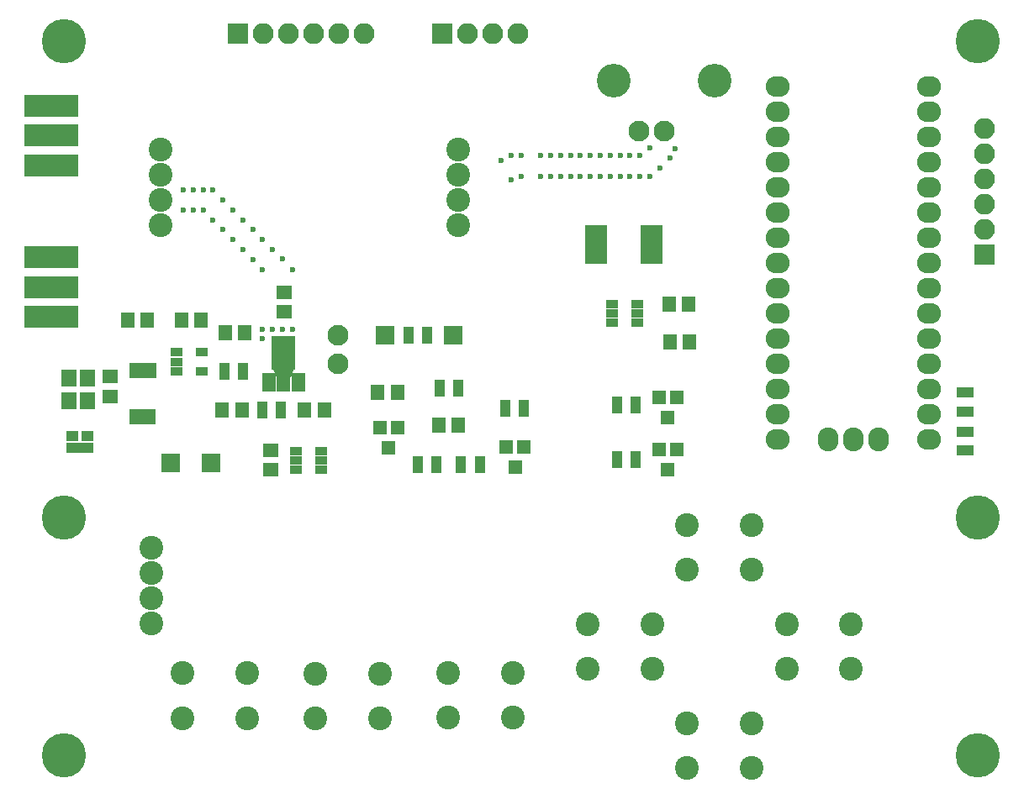
<source format=gts>
G04 #@! TF.FileFunction,Soldermask,Top*
%FSLAX46Y46*%
G04 Gerber Fmt 4.6, Leading zero omitted, Abs format (unit mm)*
G04 Created by KiCad (PCBNEW 4.0.7-e2-6376~58~ubuntu16.04.1) date Sat Dec 30 18:25:35 2017*
%MOMM*%
%LPD*%
G01*
G04 APERTURE LIST*
%ADD10C,0.100000*%
%ADD11C,0.600000*%
%ADD12C,4.464000*%
%ADD13R,1.400000X1.650000*%
%ADD14R,1.650000X1.400000*%
%ADD15R,1.900000X1.900000*%
%ADD16R,5.480000X2.200000*%
%ADD17C,0.700000*%
%ADD18R,2.100000X2.100000*%
%ADD19O,2.100000X2.100000*%
%ADD20R,2.300000X3.900000*%
%ADD21C,2.100000*%
%ADD22C,2.400000*%
%ADD23R,1.314400X1.314400*%
%ADD24R,1.400760X1.901140*%
%ADD25R,2.398980X3.399740*%
%ADD26R,1.100000X1.700000*%
%ADD27R,1.200000X1.100000*%
%ADD28R,2.800000X1.100000*%
%ADD29R,1.700000X1.100000*%
%ADD30R,1.162000X0.908000*%
%ADD31R,1.500000X1.700000*%
%ADD32R,0.650000X1.500000*%
%ADD33O,2.400000X2.100000*%
%ADD34O,2.100000X2.400000*%
%ADD35C,3.399740*%
G04 APERTURE END LIST*
D10*
D11*
X162000000Y-65500000D03*
X161000000Y-65500000D03*
X160000000Y-65500000D03*
X159000000Y-65500000D03*
X158000000Y-65500000D03*
X157000000Y-65500000D03*
X156000000Y-65500000D03*
X155000000Y-65500000D03*
X154000000Y-65500000D03*
X153000000Y-65500000D03*
X163000000Y-64750000D03*
X165500000Y-64800000D03*
X165000000Y-65800000D03*
X164000000Y-66750000D03*
X163000000Y-67650000D03*
X162000000Y-67650000D03*
X161000000Y-67650000D03*
X160000000Y-67650000D03*
X159000000Y-67650000D03*
X158000000Y-67650000D03*
X157000000Y-67650000D03*
X156000000Y-67650000D03*
X155000000Y-67650000D03*
X154000000Y-67650000D03*
X153000000Y-67650000D03*
X152000000Y-65500000D03*
X150000000Y-67650000D03*
X150000000Y-65500000D03*
X149000000Y-65500000D03*
X149000000Y-68000000D03*
X152000000Y-67650000D03*
X148000000Y-66000000D03*
X127000000Y-77000000D03*
X126000000Y-75950000D03*
X125000000Y-75000000D03*
X124000000Y-74000000D03*
X123000000Y-73000000D03*
X122000000Y-72000000D03*
X121000000Y-71000000D03*
X120000000Y-70000000D03*
X119000000Y-69000000D03*
X118000000Y-69000000D03*
X117000000Y-69000000D03*
X116000000Y-69000000D03*
X116000000Y-71000000D03*
X117000000Y-71000000D03*
X118000000Y-71000000D03*
X119000000Y-72000000D03*
X120000000Y-73000000D03*
X121000000Y-74000000D03*
X123000000Y-76000000D03*
X122000000Y-75000000D03*
X124000000Y-77000000D03*
X127000000Y-83000000D03*
X126000000Y-83000000D03*
X125000000Y-83000000D03*
X124000000Y-83000000D03*
D12*
X196000000Y-102000000D03*
X104000000Y-102000000D03*
X104000000Y-54000000D03*
X104000000Y-126000000D03*
X196000000Y-126000000D03*
D13*
X135600000Y-89400000D03*
X137600000Y-89400000D03*
X117800000Y-82100000D03*
X115800000Y-82100000D03*
X164900000Y-80500000D03*
X166900000Y-80500000D03*
X165000000Y-84300000D03*
X167000000Y-84300000D03*
X121900000Y-91200000D03*
X119900000Y-91200000D03*
D14*
X108600000Y-89800000D03*
X108600000Y-87800000D03*
D13*
X141700000Y-92700000D03*
X143700000Y-92700000D03*
X122200000Y-83400000D03*
X120200000Y-83400000D03*
X128200000Y-91200000D03*
X130200000Y-91200000D03*
D14*
X124800000Y-97200000D03*
X124800000Y-95200000D03*
X126200000Y-79300000D03*
X126200000Y-81300000D03*
D13*
X112400000Y-82100000D03*
X110400000Y-82100000D03*
D15*
X118800000Y-96500000D03*
X143200000Y-83600000D03*
X136300000Y-83600000D03*
D16*
X102750000Y-78800000D03*
X102750000Y-75800000D03*
D17*
X100710000Y-81800000D03*
X104710000Y-81800000D03*
X103710000Y-81300000D03*
X103710000Y-82300000D03*
X102710000Y-81800000D03*
X101710000Y-81300000D03*
X101710000Y-82300000D03*
X100710000Y-75800000D03*
X104710000Y-75800000D03*
X103710000Y-75300000D03*
X103710000Y-76300000D03*
X102710000Y-75800000D03*
X101710000Y-75300000D03*
X101710000Y-76300000D03*
D16*
X102750000Y-81800000D03*
X102740000Y-63500000D03*
X102740000Y-60500000D03*
D17*
X100700000Y-66500000D03*
X104700000Y-66500000D03*
X103700000Y-66000000D03*
X103700000Y-67000000D03*
X102700000Y-66500000D03*
X101700000Y-66000000D03*
X101700000Y-67000000D03*
X100700000Y-60500000D03*
X104700000Y-60500000D03*
X103700000Y-60000000D03*
X103700000Y-61000000D03*
X102700000Y-60500000D03*
X101700000Y-60000000D03*
X101700000Y-61000000D03*
D16*
X102740000Y-66500000D03*
D18*
X142060000Y-53200000D03*
D19*
X144600000Y-53200000D03*
X147140000Y-53200000D03*
X149680000Y-53200000D03*
D15*
X114700000Y-96500000D03*
D20*
X157600000Y-74500000D03*
X163200000Y-74500000D03*
D21*
X131600000Y-83600000D03*
X131600000Y-86500000D03*
D22*
X113700000Y-67430000D03*
X143700000Y-67430000D03*
X113700000Y-64890000D03*
X113700000Y-69970000D03*
X143700000Y-64890000D03*
X143700000Y-69970000D03*
X113700000Y-72510000D03*
X143700000Y-72510000D03*
D23*
X148522000Y-94900000D03*
X150300000Y-94900000D03*
X149411000Y-96932000D03*
X135811000Y-92984000D03*
X137589000Y-92984000D03*
X136700000Y-95016000D03*
D24*
X124598860Y-88351660D03*
X126100000Y-88351660D03*
X127601140Y-88351660D03*
D25*
X126100000Y-85400180D03*
D10*
G36*
X127300760Y-86674650D02*
X126800380Y-87823950D01*
X125399620Y-87823950D01*
X124899240Y-86674650D01*
X127300760Y-86674650D01*
X127300760Y-86674650D01*
G37*
D23*
X163911000Y-89884000D03*
X165689000Y-89884000D03*
X164800000Y-91916000D03*
X163911000Y-95184000D03*
X165689000Y-95184000D03*
X164800000Y-97216000D03*
D26*
X150300000Y-91000000D03*
X148400000Y-91000000D03*
X143950000Y-96700000D03*
X145850000Y-96700000D03*
D27*
X104850000Y-93800000D03*
X106350000Y-93800000D03*
D28*
X105600000Y-95000000D03*
D26*
X139600000Y-96700000D03*
X141500000Y-96700000D03*
X122050000Y-87300000D03*
X120150000Y-87300000D03*
X141800000Y-89000000D03*
X143700000Y-89000000D03*
X123950000Y-91200000D03*
X125850000Y-91200000D03*
X138650000Y-83600000D03*
X140550000Y-83600000D03*
X159650000Y-96200000D03*
X161550000Y-96200000D03*
X159650000Y-90700000D03*
X161550000Y-90700000D03*
D29*
X194700000Y-93350000D03*
X194700000Y-95250000D03*
X194700000Y-91300000D03*
X194700000Y-89400000D03*
D22*
X156750000Y-112750000D03*
X163250000Y-112750000D03*
X156750000Y-117250000D03*
X163250000Y-117250000D03*
X115900000Y-117700000D03*
X122400000Y-117700000D03*
X115900000Y-122200000D03*
X122400000Y-122200000D03*
X173250000Y-127250000D03*
X166750000Y-127250000D03*
X173250000Y-122750000D03*
X166750000Y-122750000D03*
X173250000Y-107250000D03*
X166750000Y-107250000D03*
X173250000Y-102750000D03*
X166750000Y-102750000D03*
X135780000Y-122250000D03*
X129280000Y-122250000D03*
X135780000Y-117750000D03*
X129280000Y-117750000D03*
X183250000Y-117250000D03*
X176750000Y-117250000D03*
X183250000Y-112750000D03*
X176750000Y-112750000D03*
X149150000Y-122150000D03*
X142650000Y-122150000D03*
X149150000Y-117650000D03*
X142650000Y-117650000D03*
D30*
X159160000Y-80495000D03*
X159160000Y-82400000D03*
X161700000Y-81447500D03*
X159160000Y-81447500D03*
X161700000Y-82400000D03*
X161700000Y-80495000D03*
D31*
X104450000Y-87950000D03*
X104450000Y-90250000D03*
X106350000Y-90250000D03*
X106350000Y-87950000D03*
D30*
X115330000Y-85347500D03*
X115330000Y-87252500D03*
X117870000Y-85347500D03*
X115330000Y-86300000D03*
X117870000Y-87252500D03*
D32*
X110900000Y-91850000D03*
X111400000Y-91850000D03*
X111900000Y-91850000D03*
X112400000Y-91850000D03*
X112900000Y-91850000D03*
X112916000Y-87150000D03*
X112408000Y-87150000D03*
X111900000Y-87150000D03*
X111392000Y-87150000D03*
X110884000Y-87150000D03*
D30*
X127360000Y-95300000D03*
X127360000Y-97205000D03*
X129900000Y-96252500D03*
X127360000Y-96252500D03*
X129900000Y-97205000D03*
X129900000Y-95300000D03*
D22*
X112800000Y-112710000D03*
X112800000Y-110170000D03*
X112800000Y-107630000D03*
X112800000Y-105090000D03*
D33*
X191100000Y-94120000D03*
X175900000Y-94120000D03*
X191100000Y-91580000D03*
X175900000Y-91580000D03*
X191100000Y-89040000D03*
X175900000Y-89040000D03*
X191100000Y-86500000D03*
X175900000Y-86500000D03*
X191100000Y-83960000D03*
X175900000Y-83960000D03*
X191100000Y-81420000D03*
X175900000Y-81420000D03*
X191100000Y-78880000D03*
X175900000Y-78880000D03*
X191100000Y-76340000D03*
X175900000Y-76340000D03*
X191100000Y-73800000D03*
X175900000Y-73800000D03*
X191100000Y-71260000D03*
X175900000Y-71260000D03*
X191100000Y-68720000D03*
X175900000Y-68720000D03*
X191100000Y-66180000D03*
X175900000Y-66180000D03*
X191100000Y-63640000D03*
X175900000Y-63640000D03*
X191100000Y-61100000D03*
X175900000Y-61100000D03*
X191100000Y-58560000D03*
X175900000Y-58560000D03*
D34*
X186040000Y-94120000D03*
X183500000Y-94120000D03*
X180960000Y-94120000D03*
D35*
X159320000Y-58000000D03*
X169480000Y-58000000D03*
D21*
X164400000Y-63080000D03*
X161860000Y-63080000D03*
D12*
X196000000Y-54000000D03*
D18*
X121480000Y-53200000D03*
D19*
X124020000Y-53200000D03*
X126560000Y-53200000D03*
X129100000Y-53200000D03*
X131640000Y-53200000D03*
X134180000Y-53200000D03*
D18*
X196700000Y-75480000D03*
D19*
X196700000Y-72940000D03*
X196700000Y-70400000D03*
X196700000Y-67860000D03*
X196700000Y-65320000D03*
X196700000Y-62780000D03*
D11*
X124000000Y-84000000D03*
M02*

</source>
